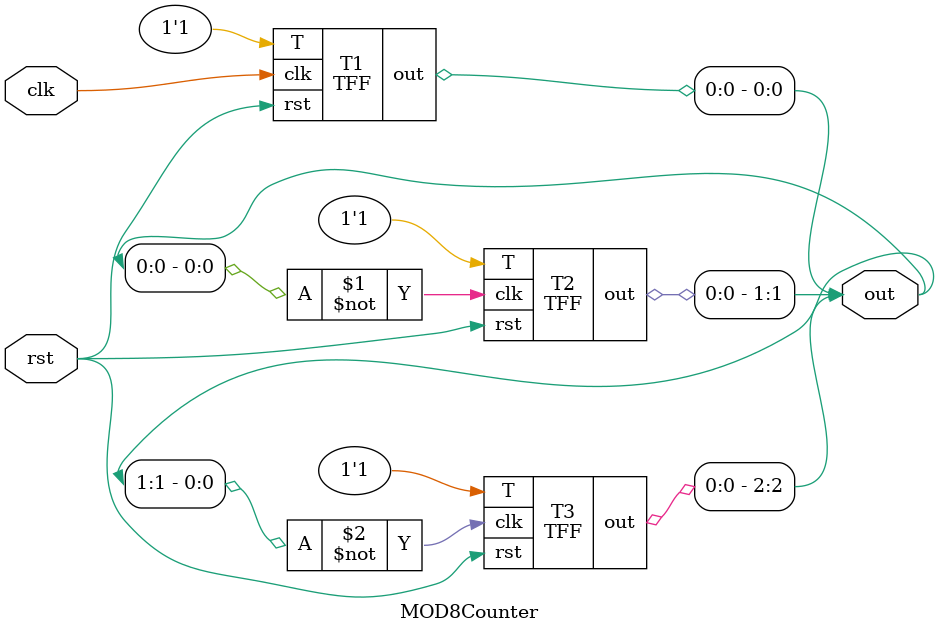
<source format=v>
module TFF(out,T,rst,clk);
    input T,clk,rst;  
    output reg out;
    always @ (posedge clk or posedge rst)
    begin
        if(rst)out<=0;
        else if(T)out<=~out;
    end
endmodule

module DFF(D,clk,rst,Q);
  input clk; // clock input 
  input rst; // synchronous reset 
  input D; // Data input 
  output reg Q; // output Q 
  always @(posedge clk) 
   begin
    if(rst==1'b1)
      Q <= 1'b0; 
    else 
      Q <= D; 
end 
endmodule

module MOD8Counter(out,rst,clk);
    output wire [2:0] out;
    input clk, rst;
    TFF T1(out[0],1'b1,rst,clk);
    TFF T2(out[1],1'b1,rst,~out[0]);
    TFF T3(out[2],1'b1,rst,~out[1]);
endmodule
</source>
